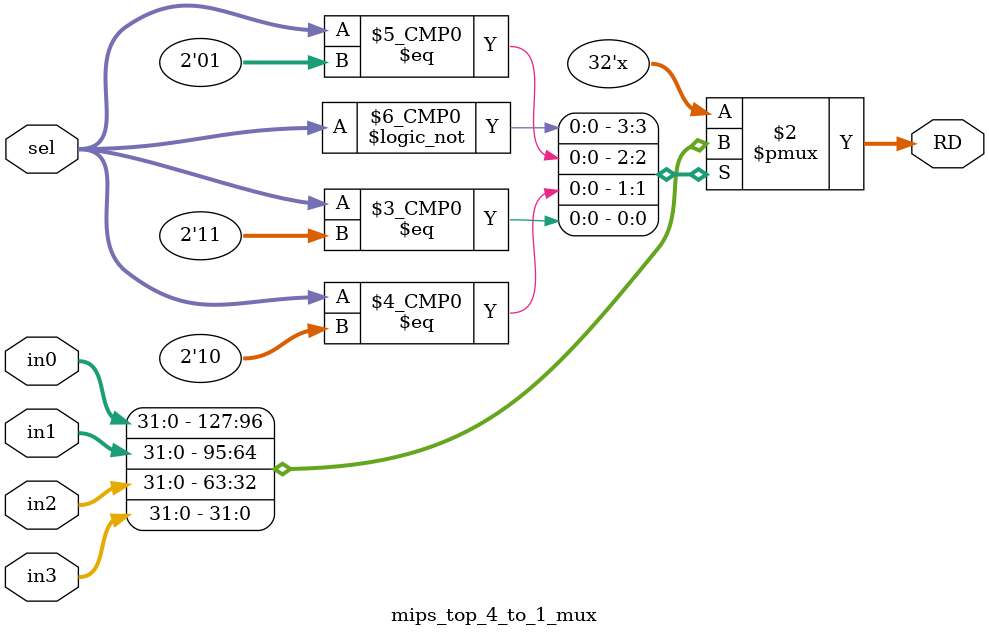
<source format=v>
`timescale 1ns / 1ps

module mips_top_4_to_1_mux #(parameter w = 32)(
    input wire [1:0] sel,
    input wire [w-1:0] in0,in1,in2,in3,
    output reg [w-1:0] RD
    );
    always@(*) begin
    case(sel)
    2'b00: RD = in0; // n[3:0]
    2'b01: RD = in1; // go
    2'b10: RD = in2; // ResDone, ResErr
    2'b11: RD = in3;//Result
    default: RD = {32'bx};
    endcase
    end
endmodule


</source>
